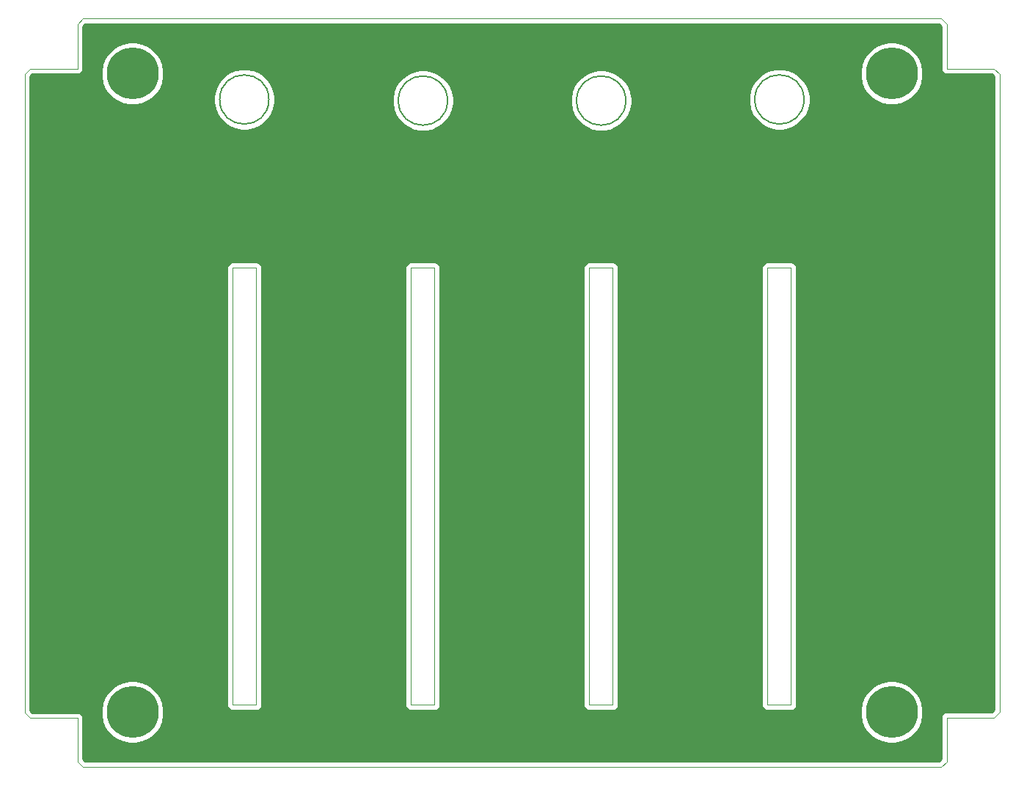
<source format=gbr>
%TF.GenerationSoftware,KiCad,Pcbnew,(5.1.6-0-10_14)*%
%TF.CreationDate,2020-10-12T07:30:03+01:00*%
%TF.ProjectId,ActiveSplitterPedalWithDigitalPeakDetector,41637469-7665-4537-906c-697474657250,rev?*%
%TF.SameCoordinates,Original*%
%TF.FileFunction,Copper,L1,Top*%
%TF.FilePolarity,Positive*%
%FSLAX46Y46*%
G04 Gerber Fmt 4.6, Leading zero omitted, Abs format (unit mm)*
G04 Created by KiCad (PCBNEW (5.1.6-0-10_14)) date 2020-10-12 07:30:03*
%MOMM*%
%LPD*%
G01*
G04 APERTURE LIST*
%TA.AperFunction,Profile*%
%ADD10C,0.050000*%
%TD*%
%TA.AperFunction,Profile*%
%ADD11C,0.150000*%
%TD*%
%TA.AperFunction,ComponentPad*%
%ADD12C,6.000000*%
%TD*%
%TA.AperFunction,NonConductor*%
%ADD13C,0.254000*%
%TD*%
G04 APERTURE END LIST*
D10*
X168338500Y-73406000D02*
X168338500Y-123888500D01*
X168338500Y-123888500D02*
X165608000Y-123888500D01*
X165608000Y-73406000D02*
X168338500Y-73406000D01*
X165608000Y-123888500D02*
X165608000Y-73406000D01*
X147764500Y-73406000D02*
X147764500Y-123888500D01*
X147764500Y-123888500D02*
X145034000Y-123888500D01*
X145034000Y-73406000D02*
X147764500Y-73406000D01*
X145034000Y-123888500D02*
X145034000Y-73406000D01*
X127190500Y-73406000D02*
X127190500Y-123888500D01*
X127190500Y-123888500D02*
X124460000Y-123888500D01*
X124460000Y-73406000D02*
X127190500Y-73406000D01*
X124460000Y-123888500D02*
X124460000Y-73406000D01*
X103886000Y-123888500D02*
X103886000Y-73406000D01*
X106616500Y-123888500D02*
X103886000Y-123888500D01*
X106616500Y-73406000D02*
X106616500Y-123888500D01*
X103886000Y-73406000D02*
X106616500Y-73406000D01*
D11*
X169844806Y-53975000D02*
G75*
G03*
X169844806Y-53975000I-2839806J0D01*
G01*
X149270806Y-54102000D02*
G75*
G03*
X149270806Y-54102000I-2839806J0D01*
G01*
X128696806Y-54102000D02*
G75*
G03*
X128696806Y-54102000I-2839806J0D01*
G01*
X108077000Y-53975000D02*
G75*
G03*
X108077000Y-53975000I-2839806J0D01*
G01*
D10*
X186309000Y-130429000D02*
X185674000Y-131064000D01*
X186309000Y-125349000D02*
X186309000Y-130429000D01*
X191770000Y-125349000D02*
X186309000Y-125349000D01*
X192405000Y-124714000D02*
X191770000Y-125349000D01*
X192405000Y-51054000D02*
X192405000Y-124714000D01*
X191770000Y-50419000D02*
X192405000Y-51054000D01*
X186309000Y-50419000D02*
X191770000Y-50419000D01*
X186309000Y-45275500D02*
X186309000Y-50419000D01*
X185674000Y-44640500D02*
X186309000Y-45275500D01*
X86614000Y-44640500D02*
X185674000Y-44640500D01*
X85979000Y-45275500D02*
X86614000Y-44640500D01*
X85979000Y-50419000D02*
X85979000Y-45275500D01*
X80518000Y-50419000D02*
X85979000Y-50419000D01*
X79883000Y-51054000D02*
X80518000Y-50419000D01*
X79883000Y-124777500D02*
X79883000Y-51054000D01*
X80518000Y-125412500D02*
X79883000Y-124777500D01*
X85979000Y-125412500D02*
X80518000Y-125412500D01*
X85979000Y-130429000D02*
X85979000Y-125412500D01*
X86614000Y-131064000D02*
X85979000Y-130429000D01*
X185674000Y-131064000D02*
X86614000Y-131064000D01*
D12*
%TO.P,REF\u002A\u002A,1*%
%TO.N,N/C*%
X179959000Y-50990500D03*
%TD*%
%TO.P,REF\u002A\u002A,1*%
%TO.N,N/C*%
X179959000Y-124714000D03*
%TD*%
%TO.P,REF\u002A\u002A,1*%
%TO.N,N/C*%
X92329000Y-124714000D03*
%TD*%
%TO.P,REF\u002A\u002A,1*%
%TO.N,N/C*%
X92329000Y-50990500D03*
%TD*%
D13*
G36*
X185649000Y-45548881D02*
G01*
X185649001Y-50386571D01*
X185645807Y-50419000D01*
X185658550Y-50548383D01*
X185696290Y-50672793D01*
X185757575Y-50787450D01*
X185840052Y-50887948D01*
X185940550Y-50970425D01*
X186055207Y-51031710D01*
X186179617Y-51069450D01*
X186276581Y-51079000D01*
X186309000Y-51082193D01*
X186341419Y-51079000D01*
X191496620Y-51079000D01*
X191745000Y-51327381D01*
X191745001Y-124440618D01*
X191496620Y-124689000D01*
X186341419Y-124689000D01*
X186309000Y-124685807D01*
X186276581Y-124689000D01*
X186179617Y-124698550D01*
X186055207Y-124736290D01*
X185940550Y-124797575D01*
X185840052Y-124880052D01*
X185757575Y-124980550D01*
X185696290Y-125095207D01*
X185658550Y-125219617D01*
X185645807Y-125349000D01*
X185649000Y-125381419D01*
X185649001Y-130155618D01*
X185400620Y-130404000D01*
X86887381Y-130404000D01*
X86639000Y-130155620D01*
X86639000Y-125444919D01*
X86642193Y-125412500D01*
X86629450Y-125283117D01*
X86591710Y-125158707D01*
X86530425Y-125044050D01*
X86447948Y-124943552D01*
X86347450Y-124861075D01*
X86232793Y-124799790D01*
X86108383Y-124762050D01*
X86011419Y-124752500D01*
X85979000Y-124749307D01*
X85946581Y-124752500D01*
X80791381Y-124752500D01*
X80543000Y-124504120D01*
X80543000Y-124355984D01*
X88694000Y-124355984D01*
X88694000Y-125072016D01*
X88833691Y-125774290D01*
X89107705Y-126435818D01*
X89505511Y-127031177D01*
X90011823Y-127537489D01*
X90607182Y-127935295D01*
X91268710Y-128209309D01*
X91970984Y-128349000D01*
X92687016Y-128349000D01*
X93389290Y-128209309D01*
X94050818Y-127935295D01*
X94646177Y-127537489D01*
X95152489Y-127031177D01*
X95550295Y-126435818D01*
X95824309Y-125774290D01*
X95964000Y-125072016D01*
X95964000Y-124355984D01*
X95824309Y-123653710D01*
X95550295Y-122992182D01*
X95152489Y-122396823D01*
X94646177Y-121890511D01*
X94050818Y-121492705D01*
X93389290Y-121218691D01*
X92687016Y-121079000D01*
X91970984Y-121079000D01*
X91268710Y-121218691D01*
X90607182Y-121492705D01*
X90011823Y-121890511D01*
X89505511Y-122396823D01*
X89107705Y-122992182D01*
X88833691Y-123653710D01*
X88694000Y-124355984D01*
X80543000Y-124355984D01*
X80543000Y-73406000D01*
X103222807Y-73406000D01*
X103226001Y-73438430D01*
X103226000Y-123856081D01*
X103222807Y-123888500D01*
X103235550Y-124017883D01*
X103273290Y-124142293D01*
X103334575Y-124256950D01*
X103359964Y-124287886D01*
X103417052Y-124357448D01*
X103517550Y-124439925D01*
X103632207Y-124501210D01*
X103756617Y-124538950D01*
X103886000Y-124551693D01*
X103918419Y-124548500D01*
X106584081Y-124548500D01*
X106616500Y-124551693D01*
X106648919Y-124548500D01*
X106745883Y-124538950D01*
X106870293Y-124501210D01*
X106984950Y-124439925D01*
X107085448Y-124357448D01*
X107167925Y-124256950D01*
X107229210Y-124142293D01*
X107266950Y-124017883D01*
X107279693Y-123888500D01*
X107276500Y-123856081D01*
X107276500Y-73438419D01*
X107279693Y-73406000D01*
X123796807Y-73406000D01*
X123800001Y-73438430D01*
X123800000Y-123856081D01*
X123796807Y-123888500D01*
X123809550Y-124017883D01*
X123847290Y-124142293D01*
X123908575Y-124256950D01*
X123933964Y-124287886D01*
X123991052Y-124357448D01*
X124091550Y-124439925D01*
X124206207Y-124501210D01*
X124330617Y-124538950D01*
X124460000Y-124551693D01*
X124492419Y-124548500D01*
X127158081Y-124548500D01*
X127190500Y-124551693D01*
X127222919Y-124548500D01*
X127319883Y-124538950D01*
X127444293Y-124501210D01*
X127558950Y-124439925D01*
X127659448Y-124357448D01*
X127741925Y-124256950D01*
X127803210Y-124142293D01*
X127840950Y-124017883D01*
X127853693Y-123888500D01*
X127850500Y-123856081D01*
X127850500Y-73438419D01*
X127853693Y-73406000D01*
X144370807Y-73406000D01*
X144374001Y-73438430D01*
X144374000Y-123856081D01*
X144370807Y-123888500D01*
X144383550Y-124017883D01*
X144421290Y-124142293D01*
X144482575Y-124256950D01*
X144507964Y-124287886D01*
X144565052Y-124357448D01*
X144665550Y-124439925D01*
X144780207Y-124501210D01*
X144904617Y-124538950D01*
X145034000Y-124551693D01*
X145066419Y-124548500D01*
X147732081Y-124548500D01*
X147764500Y-124551693D01*
X147796919Y-124548500D01*
X147893883Y-124538950D01*
X148018293Y-124501210D01*
X148132950Y-124439925D01*
X148233448Y-124357448D01*
X148315925Y-124256950D01*
X148377210Y-124142293D01*
X148414950Y-124017883D01*
X148427693Y-123888500D01*
X148424500Y-123856081D01*
X148424500Y-73438419D01*
X148427693Y-73406000D01*
X164944807Y-73406000D01*
X164948001Y-73438430D01*
X164948000Y-123856081D01*
X164944807Y-123888500D01*
X164957550Y-124017883D01*
X164995290Y-124142293D01*
X165056575Y-124256950D01*
X165081964Y-124287886D01*
X165139052Y-124357448D01*
X165239550Y-124439925D01*
X165354207Y-124501210D01*
X165478617Y-124538950D01*
X165608000Y-124551693D01*
X165640419Y-124548500D01*
X168306081Y-124548500D01*
X168338500Y-124551693D01*
X168370919Y-124548500D01*
X168467883Y-124538950D01*
X168592293Y-124501210D01*
X168706950Y-124439925D01*
X168807448Y-124357448D01*
X168808649Y-124355984D01*
X176324000Y-124355984D01*
X176324000Y-125072016D01*
X176463691Y-125774290D01*
X176737705Y-126435818D01*
X177135511Y-127031177D01*
X177641823Y-127537489D01*
X178237182Y-127935295D01*
X178898710Y-128209309D01*
X179600984Y-128349000D01*
X180317016Y-128349000D01*
X181019290Y-128209309D01*
X181680818Y-127935295D01*
X182276177Y-127537489D01*
X182782489Y-127031177D01*
X183180295Y-126435818D01*
X183454309Y-125774290D01*
X183594000Y-125072016D01*
X183594000Y-124355984D01*
X183454309Y-123653710D01*
X183180295Y-122992182D01*
X182782489Y-122396823D01*
X182276177Y-121890511D01*
X181680818Y-121492705D01*
X181019290Y-121218691D01*
X180317016Y-121079000D01*
X179600984Y-121079000D01*
X178898710Y-121218691D01*
X178237182Y-121492705D01*
X177641823Y-121890511D01*
X177135511Y-122396823D01*
X176737705Y-122992182D01*
X176463691Y-123653710D01*
X176324000Y-124355984D01*
X168808649Y-124355984D01*
X168889925Y-124256950D01*
X168951210Y-124142293D01*
X168988950Y-124017883D01*
X169001693Y-123888500D01*
X168998500Y-123856081D01*
X168998500Y-73438419D01*
X169001693Y-73406000D01*
X168988950Y-73276617D01*
X168951210Y-73152207D01*
X168889925Y-73037550D01*
X168807448Y-72937052D01*
X168706950Y-72854575D01*
X168592293Y-72793290D01*
X168467883Y-72755550D01*
X168370919Y-72746000D01*
X168338500Y-72742807D01*
X168306081Y-72746000D01*
X165640419Y-72746000D01*
X165608000Y-72742807D01*
X165575581Y-72746000D01*
X165478617Y-72755550D01*
X165354207Y-72793290D01*
X165239550Y-72854575D01*
X165139052Y-72937052D01*
X165056575Y-73037550D01*
X164995290Y-73152207D01*
X164957550Y-73276617D01*
X164944807Y-73406000D01*
X148427693Y-73406000D01*
X148414950Y-73276617D01*
X148377210Y-73152207D01*
X148315925Y-73037550D01*
X148233448Y-72937052D01*
X148132950Y-72854575D01*
X148018293Y-72793290D01*
X147893883Y-72755550D01*
X147796919Y-72746000D01*
X147764500Y-72742807D01*
X147732081Y-72746000D01*
X145066419Y-72746000D01*
X145034000Y-72742807D01*
X145001581Y-72746000D01*
X144904617Y-72755550D01*
X144780207Y-72793290D01*
X144665550Y-72854575D01*
X144565052Y-72937052D01*
X144482575Y-73037550D01*
X144421290Y-73152207D01*
X144383550Y-73276617D01*
X144370807Y-73406000D01*
X127853693Y-73406000D01*
X127840950Y-73276617D01*
X127803210Y-73152207D01*
X127741925Y-73037550D01*
X127659448Y-72937052D01*
X127558950Y-72854575D01*
X127444293Y-72793290D01*
X127319883Y-72755550D01*
X127222919Y-72746000D01*
X127190500Y-72742807D01*
X127158081Y-72746000D01*
X124492419Y-72746000D01*
X124460000Y-72742807D01*
X124427581Y-72746000D01*
X124330617Y-72755550D01*
X124206207Y-72793290D01*
X124091550Y-72854575D01*
X123991052Y-72937052D01*
X123908575Y-73037550D01*
X123847290Y-73152207D01*
X123809550Y-73276617D01*
X123796807Y-73406000D01*
X107279693Y-73406000D01*
X107266950Y-73276617D01*
X107229210Y-73152207D01*
X107167925Y-73037550D01*
X107085448Y-72937052D01*
X106984950Y-72854575D01*
X106870293Y-72793290D01*
X106745883Y-72755550D01*
X106648919Y-72746000D01*
X106616500Y-72742807D01*
X106584081Y-72746000D01*
X103918419Y-72746000D01*
X103886000Y-72742807D01*
X103853581Y-72746000D01*
X103756617Y-72755550D01*
X103632207Y-72793290D01*
X103517550Y-72854575D01*
X103417052Y-72937052D01*
X103334575Y-73037550D01*
X103273290Y-73152207D01*
X103235550Y-73276617D01*
X103222807Y-73406000D01*
X80543000Y-73406000D01*
X80543000Y-51327380D01*
X80791381Y-51079000D01*
X85946581Y-51079000D01*
X85979000Y-51082193D01*
X86011419Y-51079000D01*
X86108383Y-51069450D01*
X86232793Y-51031710D01*
X86347450Y-50970425D01*
X86447948Y-50887948D01*
X86530425Y-50787450D01*
X86591710Y-50672793D01*
X86603937Y-50632484D01*
X88694000Y-50632484D01*
X88694000Y-51348516D01*
X88833691Y-52050790D01*
X89107705Y-52712318D01*
X89505511Y-53307677D01*
X90011823Y-53813989D01*
X90607182Y-54211795D01*
X91268710Y-54485809D01*
X91970984Y-54625500D01*
X92687016Y-54625500D01*
X93389290Y-54485809D01*
X94050818Y-54211795D01*
X94646177Y-53813989D01*
X94835068Y-53625098D01*
X101684578Y-53625098D01*
X101684578Y-54324902D01*
X101821103Y-55011260D01*
X102088906Y-55657795D01*
X102477697Y-56239661D01*
X102972533Y-56734497D01*
X103554399Y-57123288D01*
X104200934Y-57391091D01*
X104887292Y-57527616D01*
X105587096Y-57527616D01*
X106273454Y-57391091D01*
X106919989Y-57123288D01*
X107501855Y-56734497D01*
X107996691Y-56239661D01*
X108385482Y-55657795D01*
X108653285Y-55011260D01*
X108789810Y-54324902D01*
X108789810Y-53752098D01*
X122304384Y-53752098D01*
X122304384Y-54451902D01*
X122440909Y-55138260D01*
X122708712Y-55784795D01*
X123097503Y-56366661D01*
X123592339Y-56861497D01*
X124174205Y-57250288D01*
X124820740Y-57518091D01*
X125507098Y-57654616D01*
X126206902Y-57654616D01*
X126893260Y-57518091D01*
X127539795Y-57250288D01*
X128121661Y-56861497D01*
X128616497Y-56366661D01*
X129005288Y-55784795D01*
X129273091Y-55138260D01*
X129409616Y-54451902D01*
X129409616Y-53752098D01*
X142878384Y-53752098D01*
X142878384Y-54451902D01*
X143014909Y-55138260D01*
X143282712Y-55784795D01*
X143671503Y-56366661D01*
X144166339Y-56861497D01*
X144748205Y-57250288D01*
X145394740Y-57518091D01*
X146081098Y-57654616D01*
X146780902Y-57654616D01*
X147467260Y-57518091D01*
X148113795Y-57250288D01*
X148695661Y-56861497D01*
X149190497Y-56366661D01*
X149579288Y-55784795D01*
X149847091Y-55138260D01*
X149983616Y-54451902D01*
X149983616Y-53752098D01*
X149958355Y-53625098D01*
X163452384Y-53625098D01*
X163452384Y-54324902D01*
X163588909Y-55011260D01*
X163856712Y-55657795D01*
X164245503Y-56239661D01*
X164740339Y-56734497D01*
X165322205Y-57123288D01*
X165968740Y-57391091D01*
X166655098Y-57527616D01*
X167354902Y-57527616D01*
X168041260Y-57391091D01*
X168687795Y-57123288D01*
X169269661Y-56734497D01*
X169764497Y-56239661D01*
X170153288Y-55657795D01*
X170421091Y-55011260D01*
X170557616Y-54324902D01*
X170557616Y-53625098D01*
X170421091Y-52938740D01*
X170153288Y-52292205D01*
X169764497Y-51710339D01*
X169269661Y-51215503D01*
X168687795Y-50826712D01*
X168218887Y-50632484D01*
X176324000Y-50632484D01*
X176324000Y-51348516D01*
X176463691Y-52050790D01*
X176737705Y-52712318D01*
X177135511Y-53307677D01*
X177641823Y-53813989D01*
X178237182Y-54211795D01*
X178898710Y-54485809D01*
X179600984Y-54625500D01*
X180317016Y-54625500D01*
X181019290Y-54485809D01*
X181680818Y-54211795D01*
X182276177Y-53813989D01*
X182782489Y-53307677D01*
X183180295Y-52712318D01*
X183454309Y-52050790D01*
X183594000Y-51348516D01*
X183594000Y-50632484D01*
X183454309Y-49930210D01*
X183180295Y-49268682D01*
X182782489Y-48673323D01*
X182276177Y-48167011D01*
X181680818Y-47769205D01*
X181019290Y-47495191D01*
X180317016Y-47355500D01*
X179600984Y-47355500D01*
X178898710Y-47495191D01*
X178237182Y-47769205D01*
X177641823Y-48167011D01*
X177135511Y-48673323D01*
X176737705Y-49268682D01*
X176463691Y-49930210D01*
X176324000Y-50632484D01*
X168218887Y-50632484D01*
X168041260Y-50558909D01*
X167354902Y-50422384D01*
X166655098Y-50422384D01*
X165968740Y-50558909D01*
X165322205Y-50826712D01*
X164740339Y-51215503D01*
X164245503Y-51710339D01*
X163856712Y-52292205D01*
X163588909Y-52938740D01*
X163452384Y-53625098D01*
X149958355Y-53625098D01*
X149847091Y-53065740D01*
X149579288Y-52419205D01*
X149190497Y-51837339D01*
X148695661Y-51342503D01*
X148113795Y-50953712D01*
X147467260Y-50685909D01*
X146780902Y-50549384D01*
X146081098Y-50549384D01*
X145394740Y-50685909D01*
X144748205Y-50953712D01*
X144166339Y-51342503D01*
X143671503Y-51837339D01*
X143282712Y-52419205D01*
X143014909Y-53065740D01*
X142878384Y-53752098D01*
X129409616Y-53752098D01*
X129273091Y-53065740D01*
X129005288Y-52419205D01*
X128616497Y-51837339D01*
X128121661Y-51342503D01*
X127539795Y-50953712D01*
X126893260Y-50685909D01*
X126206902Y-50549384D01*
X125507098Y-50549384D01*
X124820740Y-50685909D01*
X124174205Y-50953712D01*
X123592339Y-51342503D01*
X123097503Y-51837339D01*
X122708712Y-52419205D01*
X122440909Y-53065740D01*
X122304384Y-53752098D01*
X108789810Y-53752098D01*
X108789810Y-53625098D01*
X108653285Y-52938740D01*
X108385482Y-52292205D01*
X107996691Y-51710339D01*
X107501855Y-51215503D01*
X106919989Y-50826712D01*
X106273454Y-50558909D01*
X105587096Y-50422384D01*
X104887292Y-50422384D01*
X104200934Y-50558909D01*
X103554399Y-50826712D01*
X102972533Y-51215503D01*
X102477697Y-51710339D01*
X102088906Y-52292205D01*
X101821103Y-52938740D01*
X101684578Y-53625098D01*
X94835068Y-53625098D01*
X95152489Y-53307677D01*
X95550295Y-52712318D01*
X95824309Y-52050790D01*
X95964000Y-51348516D01*
X95964000Y-50632484D01*
X95824309Y-49930210D01*
X95550295Y-49268682D01*
X95152489Y-48673323D01*
X94646177Y-48167011D01*
X94050818Y-47769205D01*
X93389290Y-47495191D01*
X92687016Y-47355500D01*
X91970984Y-47355500D01*
X91268710Y-47495191D01*
X90607182Y-47769205D01*
X90011823Y-48167011D01*
X89505511Y-48673323D01*
X89107705Y-49268682D01*
X88833691Y-49930210D01*
X88694000Y-50632484D01*
X86603937Y-50632484D01*
X86629450Y-50548383D01*
X86642193Y-50419000D01*
X86639000Y-50386581D01*
X86639000Y-45548880D01*
X86887381Y-45300500D01*
X185400620Y-45300500D01*
X185649000Y-45548881D01*
G37*
X185649000Y-45548881D02*
X185649001Y-50386571D01*
X185645807Y-50419000D01*
X185658550Y-50548383D01*
X185696290Y-50672793D01*
X185757575Y-50787450D01*
X185840052Y-50887948D01*
X185940550Y-50970425D01*
X186055207Y-51031710D01*
X186179617Y-51069450D01*
X186276581Y-51079000D01*
X186309000Y-51082193D01*
X186341419Y-51079000D01*
X191496620Y-51079000D01*
X191745000Y-51327381D01*
X191745001Y-124440618D01*
X191496620Y-124689000D01*
X186341419Y-124689000D01*
X186309000Y-124685807D01*
X186276581Y-124689000D01*
X186179617Y-124698550D01*
X186055207Y-124736290D01*
X185940550Y-124797575D01*
X185840052Y-124880052D01*
X185757575Y-124980550D01*
X185696290Y-125095207D01*
X185658550Y-125219617D01*
X185645807Y-125349000D01*
X185649000Y-125381419D01*
X185649001Y-130155618D01*
X185400620Y-130404000D01*
X86887381Y-130404000D01*
X86639000Y-130155620D01*
X86639000Y-125444919D01*
X86642193Y-125412500D01*
X86629450Y-125283117D01*
X86591710Y-125158707D01*
X86530425Y-125044050D01*
X86447948Y-124943552D01*
X86347450Y-124861075D01*
X86232793Y-124799790D01*
X86108383Y-124762050D01*
X86011419Y-124752500D01*
X85979000Y-124749307D01*
X85946581Y-124752500D01*
X80791381Y-124752500D01*
X80543000Y-124504120D01*
X80543000Y-124355984D01*
X88694000Y-124355984D01*
X88694000Y-125072016D01*
X88833691Y-125774290D01*
X89107705Y-126435818D01*
X89505511Y-127031177D01*
X90011823Y-127537489D01*
X90607182Y-127935295D01*
X91268710Y-128209309D01*
X91970984Y-128349000D01*
X92687016Y-128349000D01*
X93389290Y-128209309D01*
X94050818Y-127935295D01*
X94646177Y-127537489D01*
X95152489Y-127031177D01*
X95550295Y-126435818D01*
X95824309Y-125774290D01*
X95964000Y-125072016D01*
X95964000Y-124355984D01*
X95824309Y-123653710D01*
X95550295Y-122992182D01*
X95152489Y-122396823D01*
X94646177Y-121890511D01*
X94050818Y-121492705D01*
X93389290Y-121218691D01*
X92687016Y-121079000D01*
X91970984Y-121079000D01*
X91268710Y-121218691D01*
X90607182Y-121492705D01*
X90011823Y-121890511D01*
X89505511Y-122396823D01*
X89107705Y-122992182D01*
X88833691Y-123653710D01*
X88694000Y-124355984D01*
X80543000Y-124355984D01*
X80543000Y-73406000D01*
X103222807Y-73406000D01*
X103226001Y-73438430D01*
X103226000Y-123856081D01*
X103222807Y-123888500D01*
X103235550Y-124017883D01*
X103273290Y-124142293D01*
X103334575Y-124256950D01*
X103359964Y-124287886D01*
X103417052Y-124357448D01*
X103517550Y-124439925D01*
X103632207Y-124501210D01*
X103756617Y-124538950D01*
X103886000Y-124551693D01*
X103918419Y-124548500D01*
X106584081Y-124548500D01*
X106616500Y-124551693D01*
X106648919Y-124548500D01*
X106745883Y-124538950D01*
X106870293Y-124501210D01*
X106984950Y-124439925D01*
X107085448Y-124357448D01*
X107167925Y-124256950D01*
X107229210Y-124142293D01*
X107266950Y-124017883D01*
X107279693Y-123888500D01*
X107276500Y-123856081D01*
X107276500Y-73438419D01*
X107279693Y-73406000D01*
X123796807Y-73406000D01*
X123800001Y-73438430D01*
X123800000Y-123856081D01*
X123796807Y-123888500D01*
X123809550Y-124017883D01*
X123847290Y-124142293D01*
X123908575Y-124256950D01*
X123933964Y-124287886D01*
X123991052Y-124357448D01*
X124091550Y-124439925D01*
X124206207Y-124501210D01*
X124330617Y-124538950D01*
X124460000Y-124551693D01*
X124492419Y-124548500D01*
X127158081Y-124548500D01*
X127190500Y-124551693D01*
X127222919Y-124548500D01*
X127319883Y-124538950D01*
X127444293Y-124501210D01*
X127558950Y-124439925D01*
X127659448Y-124357448D01*
X127741925Y-124256950D01*
X127803210Y-124142293D01*
X127840950Y-124017883D01*
X127853693Y-123888500D01*
X127850500Y-123856081D01*
X127850500Y-73438419D01*
X127853693Y-73406000D01*
X144370807Y-73406000D01*
X144374001Y-73438430D01*
X144374000Y-123856081D01*
X144370807Y-123888500D01*
X144383550Y-124017883D01*
X144421290Y-124142293D01*
X144482575Y-124256950D01*
X144507964Y-124287886D01*
X144565052Y-124357448D01*
X144665550Y-124439925D01*
X144780207Y-124501210D01*
X144904617Y-124538950D01*
X145034000Y-124551693D01*
X145066419Y-124548500D01*
X147732081Y-124548500D01*
X147764500Y-124551693D01*
X147796919Y-124548500D01*
X147893883Y-124538950D01*
X148018293Y-124501210D01*
X148132950Y-124439925D01*
X148233448Y-124357448D01*
X148315925Y-124256950D01*
X148377210Y-124142293D01*
X148414950Y-124017883D01*
X148427693Y-123888500D01*
X148424500Y-123856081D01*
X148424500Y-73438419D01*
X148427693Y-73406000D01*
X164944807Y-73406000D01*
X164948001Y-73438430D01*
X164948000Y-123856081D01*
X164944807Y-123888500D01*
X164957550Y-124017883D01*
X164995290Y-124142293D01*
X165056575Y-124256950D01*
X165081964Y-124287886D01*
X165139052Y-124357448D01*
X165239550Y-124439925D01*
X165354207Y-124501210D01*
X165478617Y-124538950D01*
X165608000Y-124551693D01*
X165640419Y-124548500D01*
X168306081Y-124548500D01*
X168338500Y-124551693D01*
X168370919Y-124548500D01*
X168467883Y-124538950D01*
X168592293Y-124501210D01*
X168706950Y-124439925D01*
X168807448Y-124357448D01*
X168808649Y-124355984D01*
X176324000Y-124355984D01*
X176324000Y-125072016D01*
X176463691Y-125774290D01*
X176737705Y-126435818D01*
X177135511Y-127031177D01*
X177641823Y-127537489D01*
X178237182Y-127935295D01*
X178898710Y-128209309D01*
X179600984Y-128349000D01*
X180317016Y-128349000D01*
X181019290Y-128209309D01*
X181680818Y-127935295D01*
X182276177Y-127537489D01*
X182782489Y-127031177D01*
X183180295Y-126435818D01*
X183454309Y-125774290D01*
X183594000Y-125072016D01*
X183594000Y-124355984D01*
X183454309Y-123653710D01*
X183180295Y-122992182D01*
X182782489Y-122396823D01*
X182276177Y-121890511D01*
X181680818Y-121492705D01*
X181019290Y-121218691D01*
X180317016Y-121079000D01*
X179600984Y-121079000D01*
X178898710Y-121218691D01*
X178237182Y-121492705D01*
X177641823Y-121890511D01*
X177135511Y-122396823D01*
X176737705Y-122992182D01*
X176463691Y-123653710D01*
X176324000Y-124355984D01*
X168808649Y-124355984D01*
X168889925Y-124256950D01*
X168951210Y-124142293D01*
X168988950Y-124017883D01*
X169001693Y-123888500D01*
X168998500Y-123856081D01*
X168998500Y-73438419D01*
X169001693Y-73406000D01*
X168988950Y-73276617D01*
X168951210Y-73152207D01*
X168889925Y-73037550D01*
X168807448Y-72937052D01*
X168706950Y-72854575D01*
X168592293Y-72793290D01*
X168467883Y-72755550D01*
X168370919Y-72746000D01*
X168338500Y-72742807D01*
X168306081Y-72746000D01*
X165640419Y-72746000D01*
X165608000Y-72742807D01*
X165575581Y-72746000D01*
X165478617Y-72755550D01*
X165354207Y-72793290D01*
X165239550Y-72854575D01*
X165139052Y-72937052D01*
X165056575Y-73037550D01*
X164995290Y-73152207D01*
X164957550Y-73276617D01*
X164944807Y-73406000D01*
X148427693Y-73406000D01*
X148414950Y-73276617D01*
X148377210Y-73152207D01*
X148315925Y-73037550D01*
X148233448Y-72937052D01*
X148132950Y-72854575D01*
X148018293Y-72793290D01*
X147893883Y-72755550D01*
X147796919Y-72746000D01*
X147764500Y-72742807D01*
X147732081Y-72746000D01*
X145066419Y-72746000D01*
X145034000Y-72742807D01*
X145001581Y-72746000D01*
X144904617Y-72755550D01*
X144780207Y-72793290D01*
X144665550Y-72854575D01*
X144565052Y-72937052D01*
X144482575Y-73037550D01*
X144421290Y-73152207D01*
X144383550Y-73276617D01*
X144370807Y-73406000D01*
X127853693Y-73406000D01*
X127840950Y-73276617D01*
X127803210Y-73152207D01*
X127741925Y-73037550D01*
X127659448Y-72937052D01*
X127558950Y-72854575D01*
X127444293Y-72793290D01*
X127319883Y-72755550D01*
X127222919Y-72746000D01*
X127190500Y-72742807D01*
X127158081Y-72746000D01*
X124492419Y-72746000D01*
X124460000Y-72742807D01*
X124427581Y-72746000D01*
X124330617Y-72755550D01*
X124206207Y-72793290D01*
X124091550Y-72854575D01*
X123991052Y-72937052D01*
X123908575Y-73037550D01*
X123847290Y-73152207D01*
X123809550Y-73276617D01*
X123796807Y-73406000D01*
X107279693Y-73406000D01*
X107266950Y-73276617D01*
X107229210Y-73152207D01*
X107167925Y-73037550D01*
X107085448Y-72937052D01*
X106984950Y-72854575D01*
X106870293Y-72793290D01*
X106745883Y-72755550D01*
X106648919Y-72746000D01*
X106616500Y-72742807D01*
X106584081Y-72746000D01*
X103918419Y-72746000D01*
X103886000Y-72742807D01*
X103853581Y-72746000D01*
X103756617Y-72755550D01*
X103632207Y-72793290D01*
X103517550Y-72854575D01*
X103417052Y-72937052D01*
X103334575Y-73037550D01*
X103273290Y-73152207D01*
X103235550Y-73276617D01*
X103222807Y-73406000D01*
X80543000Y-73406000D01*
X80543000Y-51327380D01*
X80791381Y-51079000D01*
X85946581Y-51079000D01*
X85979000Y-51082193D01*
X86011419Y-51079000D01*
X86108383Y-51069450D01*
X86232793Y-51031710D01*
X86347450Y-50970425D01*
X86447948Y-50887948D01*
X86530425Y-50787450D01*
X86591710Y-50672793D01*
X86603937Y-50632484D01*
X88694000Y-50632484D01*
X88694000Y-51348516D01*
X88833691Y-52050790D01*
X89107705Y-52712318D01*
X89505511Y-53307677D01*
X90011823Y-53813989D01*
X90607182Y-54211795D01*
X91268710Y-54485809D01*
X91970984Y-54625500D01*
X92687016Y-54625500D01*
X93389290Y-54485809D01*
X94050818Y-54211795D01*
X94646177Y-53813989D01*
X94835068Y-53625098D01*
X101684578Y-53625098D01*
X101684578Y-54324902D01*
X101821103Y-55011260D01*
X102088906Y-55657795D01*
X102477697Y-56239661D01*
X102972533Y-56734497D01*
X103554399Y-57123288D01*
X104200934Y-57391091D01*
X104887292Y-57527616D01*
X105587096Y-57527616D01*
X106273454Y-57391091D01*
X106919989Y-57123288D01*
X107501855Y-56734497D01*
X107996691Y-56239661D01*
X108385482Y-55657795D01*
X108653285Y-55011260D01*
X108789810Y-54324902D01*
X108789810Y-53752098D01*
X122304384Y-53752098D01*
X122304384Y-54451902D01*
X122440909Y-55138260D01*
X122708712Y-55784795D01*
X123097503Y-56366661D01*
X123592339Y-56861497D01*
X124174205Y-57250288D01*
X124820740Y-57518091D01*
X125507098Y-57654616D01*
X126206902Y-57654616D01*
X126893260Y-57518091D01*
X127539795Y-57250288D01*
X128121661Y-56861497D01*
X128616497Y-56366661D01*
X129005288Y-55784795D01*
X129273091Y-55138260D01*
X129409616Y-54451902D01*
X129409616Y-53752098D01*
X142878384Y-53752098D01*
X142878384Y-54451902D01*
X143014909Y-55138260D01*
X143282712Y-55784795D01*
X143671503Y-56366661D01*
X144166339Y-56861497D01*
X144748205Y-57250288D01*
X145394740Y-57518091D01*
X146081098Y-57654616D01*
X146780902Y-57654616D01*
X147467260Y-57518091D01*
X148113795Y-57250288D01*
X148695661Y-56861497D01*
X149190497Y-56366661D01*
X149579288Y-55784795D01*
X149847091Y-55138260D01*
X149983616Y-54451902D01*
X149983616Y-53752098D01*
X149958355Y-53625098D01*
X163452384Y-53625098D01*
X163452384Y-54324902D01*
X163588909Y-55011260D01*
X163856712Y-55657795D01*
X164245503Y-56239661D01*
X164740339Y-56734497D01*
X165322205Y-57123288D01*
X165968740Y-57391091D01*
X166655098Y-57527616D01*
X167354902Y-57527616D01*
X168041260Y-57391091D01*
X168687795Y-57123288D01*
X169269661Y-56734497D01*
X169764497Y-56239661D01*
X170153288Y-55657795D01*
X170421091Y-55011260D01*
X170557616Y-54324902D01*
X170557616Y-53625098D01*
X170421091Y-52938740D01*
X170153288Y-52292205D01*
X169764497Y-51710339D01*
X169269661Y-51215503D01*
X168687795Y-50826712D01*
X168218887Y-50632484D01*
X176324000Y-50632484D01*
X176324000Y-51348516D01*
X176463691Y-52050790D01*
X176737705Y-52712318D01*
X177135511Y-53307677D01*
X177641823Y-53813989D01*
X178237182Y-54211795D01*
X178898710Y-54485809D01*
X179600984Y-54625500D01*
X180317016Y-54625500D01*
X181019290Y-54485809D01*
X181680818Y-54211795D01*
X182276177Y-53813989D01*
X182782489Y-53307677D01*
X183180295Y-52712318D01*
X183454309Y-52050790D01*
X183594000Y-51348516D01*
X183594000Y-50632484D01*
X183454309Y-49930210D01*
X183180295Y-49268682D01*
X182782489Y-48673323D01*
X182276177Y-48167011D01*
X181680818Y-47769205D01*
X181019290Y-47495191D01*
X180317016Y-47355500D01*
X179600984Y-47355500D01*
X178898710Y-47495191D01*
X178237182Y-47769205D01*
X177641823Y-48167011D01*
X177135511Y-48673323D01*
X176737705Y-49268682D01*
X176463691Y-49930210D01*
X176324000Y-50632484D01*
X168218887Y-50632484D01*
X168041260Y-50558909D01*
X167354902Y-50422384D01*
X166655098Y-50422384D01*
X165968740Y-50558909D01*
X165322205Y-50826712D01*
X164740339Y-51215503D01*
X164245503Y-51710339D01*
X163856712Y-52292205D01*
X163588909Y-52938740D01*
X163452384Y-53625098D01*
X149958355Y-53625098D01*
X149847091Y-53065740D01*
X149579288Y-52419205D01*
X149190497Y-51837339D01*
X148695661Y-51342503D01*
X148113795Y-50953712D01*
X147467260Y-50685909D01*
X146780902Y-50549384D01*
X146081098Y-50549384D01*
X145394740Y-50685909D01*
X144748205Y-50953712D01*
X144166339Y-51342503D01*
X143671503Y-51837339D01*
X143282712Y-52419205D01*
X143014909Y-53065740D01*
X142878384Y-53752098D01*
X129409616Y-53752098D01*
X129273091Y-53065740D01*
X129005288Y-52419205D01*
X128616497Y-51837339D01*
X128121661Y-51342503D01*
X127539795Y-50953712D01*
X126893260Y-50685909D01*
X126206902Y-50549384D01*
X125507098Y-50549384D01*
X124820740Y-50685909D01*
X124174205Y-50953712D01*
X123592339Y-51342503D01*
X123097503Y-51837339D01*
X122708712Y-52419205D01*
X122440909Y-53065740D01*
X122304384Y-53752098D01*
X108789810Y-53752098D01*
X108789810Y-53625098D01*
X108653285Y-52938740D01*
X108385482Y-52292205D01*
X107996691Y-51710339D01*
X107501855Y-51215503D01*
X106919989Y-50826712D01*
X106273454Y-50558909D01*
X105587096Y-50422384D01*
X104887292Y-50422384D01*
X104200934Y-50558909D01*
X103554399Y-50826712D01*
X102972533Y-51215503D01*
X102477697Y-51710339D01*
X102088906Y-52292205D01*
X101821103Y-52938740D01*
X101684578Y-53625098D01*
X94835068Y-53625098D01*
X95152489Y-53307677D01*
X95550295Y-52712318D01*
X95824309Y-52050790D01*
X95964000Y-51348516D01*
X95964000Y-50632484D01*
X95824309Y-49930210D01*
X95550295Y-49268682D01*
X95152489Y-48673323D01*
X94646177Y-48167011D01*
X94050818Y-47769205D01*
X93389290Y-47495191D01*
X92687016Y-47355500D01*
X91970984Y-47355500D01*
X91268710Y-47495191D01*
X90607182Y-47769205D01*
X90011823Y-48167011D01*
X89505511Y-48673323D01*
X89107705Y-49268682D01*
X88833691Y-49930210D01*
X88694000Y-50632484D01*
X86603937Y-50632484D01*
X86629450Y-50548383D01*
X86642193Y-50419000D01*
X86639000Y-50386581D01*
X86639000Y-45548880D01*
X86887381Y-45300500D01*
X185400620Y-45300500D01*
X185649000Y-45548881D01*
M02*

</source>
